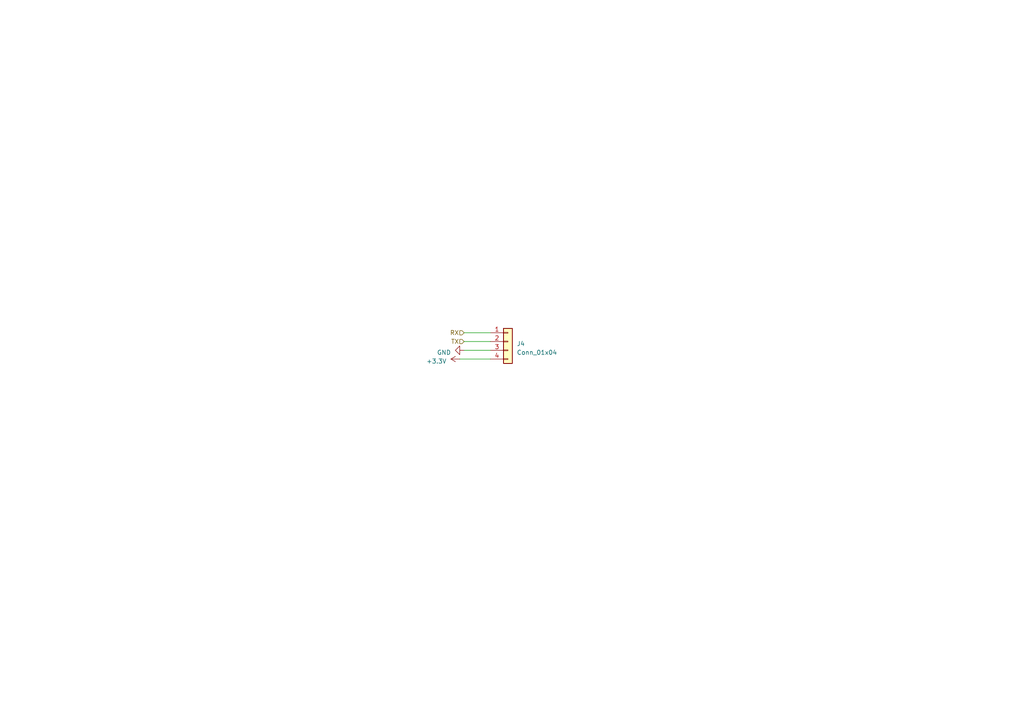
<source format=kicad_sch>
(kicad_sch (version 20230121) (generator eeschema)
  (paper "A4")
  (lib_symbols
    (symbol "Connector_Generic:Conn_01x04" (pin_names (offset 1.016) hide)
      (property "Reference" "J" (at 0 5.08 0))
      (property "Value" "Conn_01x04" (at 0 -7.62 0))
      (symbol "Conn_01x04_1_1"
        (rectangle (start -1.27 -4.953) (end 0 -5.207) (stroke (width 0.1524)))
        (rectangle (start -1.27 -2.413) (end 0 -2.667) (stroke (width 0.1524)))
        (rectangle (start -1.27 0.127) (end 0 -0.127) (stroke (width 0.1524)))
        (rectangle (start -1.27 2.667) (end 0 2.413) (stroke (width 0.1524)))
        (rectangle (start -1.27 3.81) (end 1.27 -6.35) (stroke (width 0.254)) (fill (type background)))
        (pin passive line (at -5.08 2.54 0) (length 3.81) (name "Pin_1") (number "1"))
        (pin passive line (at -5.08 0 0) (length 3.81) (name "Pin_2") (number "2"))
        (pin passive line (at -5.08 -2.54 0) (length 3.81) (name "Pin_3") (number "3"))
        (pin passive line (at -5.08 -5.08 0) (length 3.81) (name "Pin_4") (number "4"))
      )
    )
    (symbol "power:+3.3V" (power) (pin_names (offset 0))
      (property "Value" "+3.3V" (at 0 3.556 0))
      (symbol "+3.3V_0_1"
        (polyline (pts (xy -0.762 1.27) (xy 0 2.54)))
        (polyline (pts (xy 0 0) (xy 0 2.54)))
        (polyline (pts (xy 0 2.54) (xy 0.762 1.27)))
      )
      (symbol "+3.3V_1_1"
        (pin power_in line (at 0 0 90) (length 0) hide (name "+3.3V") (number "1"))
      )
    )
    (symbol "power:GND" (power) (pin_names (offset 0))
      (property "Value" "GND" (at 0 -3.81 0))
      (symbol "GND_0_1"
        (polyline (pts (xy 0 0) (xy 0 -1.27) (xy 1.27 -1.27) (xy 0 -2.54) (xy -1.27 -1.27) (xy 0 -1.27)))
      )
      (symbol "GND_1_1"
        (pin power_in line (at 0 0 270) (length 0) hide (name "GND") (number "1"))
      )
    )
  )
  (wire (pts (xy 134.62 101.6) (xy 142.24 101.6)))
  (wire (pts (xy 134.62 99.06) (xy 142.24 99.06)))
  (wire (pts (xy 133.35 104.14) (xy 142.24 104.14)))
  (wire (pts (xy 134.62 96.52) (xy 142.24 96.52)))
  (hierarchical_label "TX" (shape input) (at 134.62 99.06 180))
  (hierarchical_label "RX" (shape input) (at 134.62 96.52 180))
  (symbol (lib_id "Connector_Generic:Conn_01x04") (at 147.32 99.06 0) (unit 1)
    (property "Reference" "J4" (at 149.86 99.695 0) (effects (justify left)))
    (property "Value" "Conn_01x04" (at 149.86 102.235 0) (effects (justify left)))
    (property "Footprint" "Connector_PinHeader_2.54mm:PinHeader_1x04_P2.54mm_Horizontal" (effects hide))
  )
  (symbol (lib_id "power:GND") (at 134.62 101.6 270) (unit 1)
    (property "Reference" "#PWR04" (effects hide))
    (property "Value" "GND" (at 130.81 102.235 90) (effects (justify right)))
  )
  (symbol (lib_id "power:+3.3V") (at 133.35 104.14 90) (unit 1)
    (property "Reference" "#PWR05" (effects hide))
    (property "Value" "+3.3V" (at 129.54 104.775 90) (effects (justify left)))
  )
)
</source>
